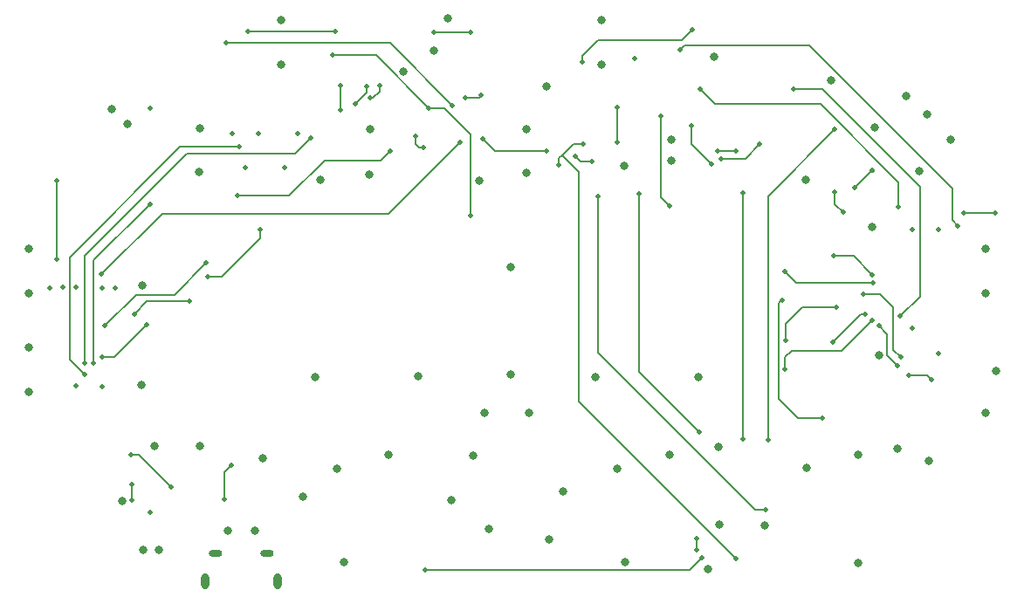
<source format=gbl>
G04 #@! TF.GenerationSoftware,KiCad,Pcbnew,(5.1.10)-1*
G04 #@! TF.CreationDate,2021-08-26T18:29:02-04:00*
G04 #@! TF.ProjectId,CMOS-Clock-V1,434d4f53-2d43-46c6-9f63-6b2d56312e6b,rev?*
G04 #@! TF.SameCoordinates,Original*
G04 #@! TF.FileFunction,Copper,L4,Bot*
G04 #@! TF.FilePolarity,Positive*
%FSLAX46Y46*%
G04 Gerber Fmt 4.6, Leading zero omitted, Abs format (unit mm)*
G04 Created by KiCad (PCBNEW (5.1.10)-1) date 2021-08-26 18:29:02*
%MOMM*%
%LPD*%
G01*
G04 APERTURE LIST*
G04 #@! TA.AperFunction,ComponentPad*
%ADD10O,1.300000X0.650000*%
G04 #@! TD*
G04 #@! TA.AperFunction,ComponentPad*
%ADD11O,0.775000X1.550000*%
G04 #@! TD*
G04 #@! TA.AperFunction,ViaPad*
%ADD12C,0.800000*%
G04 #@! TD*
G04 #@! TA.AperFunction,ViaPad*
%ADD13C,0.500000*%
G04 #@! TD*
G04 #@! TA.AperFunction,Conductor*
%ADD14C,0.150000*%
G04 #@! TD*
G04 #@! TA.AperFunction,Conductor*
%ADD15C,0.400000*%
G04 #@! TD*
G04 APERTURE END LIST*
D10*
X119410000Y-127650000D03*
X124410000Y-127650000D03*
D11*
X118410000Y-130350000D03*
X125410000Y-130350000D03*
D12*
X123210000Y-125370000D03*
X183080000Y-95920000D03*
X194070000Y-98040000D03*
X181720000Y-128530000D03*
X156270000Y-110480000D03*
X166260000Y-110480000D03*
X144400000Y-118100000D03*
X139060000Y-110460000D03*
X129100000Y-110510000D03*
X113510000Y-117170000D03*
X112310000Y-101640000D03*
X101290000Y-102340000D03*
X117840000Y-90650000D03*
X125770000Y-80190000D03*
X137650000Y-80900000D03*
X151480000Y-82280000D03*
X156870000Y-80190000D03*
X167720000Y-79420000D03*
X159080000Y-90010000D03*
X176690000Y-91340000D03*
X179080000Y-81700000D03*
X188440000Y-85030000D03*
X183340000Y-86290000D03*
X190680000Y-87470000D03*
X145530000Y-113990000D03*
X168230000Y-124840000D03*
X168200000Y-117250000D03*
X131860000Y-128490000D03*
X151800000Y-126250000D03*
X140608640Y-78870700D03*
X134350000Y-90840000D03*
X110330000Y-122520000D03*
X195090006Y-109930000D03*
X145930000Y-125200000D03*
D13*
X104610000Y-101830000D03*
X103290000Y-101840000D03*
X108400000Y-101850000D03*
X109670000Y-101850000D03*
D12*
X110870000Y-85950000D03*
X144970000Y-91450000D03*
X159100000Y-128500000D03*
X149570000Y-90700000D03*
X129590000Y-91340000D03*
X163612298Y-89552298D03*
X183730000Y-108380000D03*
D13*
X108410000Y-111420000D03*
D12*
X112260000Y-111260000D03*
D13*
X121000000Y-86880000D03*
X127360000Y-86890000D03*
X122270000Y-90160000D03*
X123550000Y-86890000D03*
X186940000Y-96200000D03*
X186940000Y-105800000D03*
D12*
X167150000Y-129150000D03*
X124010000Y-118390000D03*
D13*
X160050000Y-79640000D03*
D12*
X188570000Y-118600000D03*
X163450000Y-118010000D03*
X136189996Y-118020000D03*
X181690000Y-118019998D03*
X101270002Y-111940000D03*
X112350000Y-127260000D03*
X120610000Y-125370000D03*
X194110000Y-102390000D03*
X194080000Y-113990000D03*
X117910000Y-117210000D03*
X101270000Y-107670000D03*
X101280000Y-98080000D03*
X117860000Y-86390000D03*
X134370000Y-86460000D03*
X125780000Y-75860000D03*
X141920000Y-75680000D03*
X156870000Y-75840000D03*
X149580000Y-86450000D03*
X186430000Y-83210000D03*
X148000000Y-110230000D03*
X148000000Y-99800000D03*
X176700000Y-119330000D03*
X163590000Y-87510000D03*
X172630000Y-124880000D03*
X158380000Y-119400000D03*
X131180000Y-119430000D03*
D13*
X105870000Y-101820000D03*
X113030000Y-84410000D03*
D12*
X109370000Y-84540000D03*
D13*
X105880000Y-111390000D03*
X126070000Y-90150000D03*
X189490000Y-96190000D03*
X189480000Y-108200000D03*
D12*
X185540000Y-117430000D03*
X127870000Y-122130000D03*
D13*
X113070000Y-123640000D03*
D12*
X142280000Y-122430000D03*
X153080000Y-121610000D03*
X149770000Y-114009996D03*
X113890000Y-127260000D03*
X187650000Y-90510000D03*
D13*
X111320000Y-122420000D03*
X111320000Y-120900000D03*
X166600000Y-128060000D03*
X139760000Y-129230000D03*
X120240000Y-122340000D03*
X120980000Y-119020000D03*
X172980000Y-116570000D03*
X179480000Y-86470000D03*
X121510000Y-92940000D03*
X136310000Y-88560000D03*
X166040000Y-126180000D03*
X166040000Y-127280000D03*
X195050000Y-94570000D03*
X192010000Y-94570000D03*
X116860000Y-103150000D03*
X111510000Y-104410000D03*
X112700000Y-105410000D03*
X108420000Y-108520000D03*
X118620000Y-100770000D03*
X123700000Y-96230000D03*
X108670000Y-105510000D03*
X118510000Y-99450000D03*
X186610000Y-110330000D03*
X188810000Y-110750000D03*
X182220000Y-102500000D03*
X185860000Y-108590000D03*
X183750000Y-105550000D03*
X185500000Y-109400000D03*
X178240000Y-114470000D03*
X174370000Y-103020000D03*
X179580000Y-103770000D03*
X174720000Y-106960002D03*
X179250000Y-107140000D03*
X182430000Y-104440000D03*
X183120000Y-100590000D03*
X179329998Y-98780000D03*
X174630000Y-109730000D03*
X183100000Y-104990000D03*
X174660000Y-100300000D03*
X183150000Y-101400000D03*
X160470000Y-92730000D03*
X166340000Y-115880000D03*
X167490000Y-89860000D03*
X165560000Y-86160000D03*
X115110000Y-121190000D03*
X111190006Y-118060000D03*
X183060000Y-90410000D03*
X181370000Y-92109998D03*
X156540000Y-92950000D03*
X172730000Y-123380000D03*
X154300000Y-89100000D03*
X155880000Y-89630000D03*
X152730000Y-89940000D03*
X155060000Y-87890000D03*
X169860000Y-128090000D03*
X135300000Y-82250000D03*
X134380560Y-83455400D03*
X140090480Y-84407900D03*
X130799160Y-79272020D03*
X144167180Y-94862820D03*
X144169720Y-77052060D03*
X140620000Y-77060000D03*
X139600000Y-88270000D03*
X138810000Y-87100000D03*
X131050000Y-77010000D03*
X122540000Y-77000000D03*
X132950000Y-84015000D03*
X134030000Y-82275000D03*
X145180000Y-83200000D03*
X143659180Y-83430000D03*
X131500000Y-82220000D03*
X131500000Y-84630000D03*
X145330502Y-87405100D03*
X151470000Y-88600000D03*
X106750000Y-110280000D03*
X121700000Y-88190000D03*
X128660000Y-87320000D03*
X106690000Y-109189998D03*
X107580000Y-109170000D03*
X113040000Y-93740000D03*
X142390000Y-84140000D03*
X104000000Y-91430000D03*
X104000000Y-99069998D03*
X120420000Y-78080000D03*
X143115000Y-87705000D03*
X108340002Y-100520000D03*
X168090000Y-88570002D03*
X169850000Y-88570000D03*
X172190000Y-87910000D03*
X168460000Y-89310000D03*
X154970000Y-79980000D03*
X165650000Y-76830000D03*
X158400000Y-87720000D03*
X158370000Y-84330000D03*
X166404880Y-82581640D03*
X185660000Y-94000000D03*
X175447280Y-82589260D03*
X185830000Y-104580000D03*
X179450000Y-92560000D03*
X180250000Y-94530000D03*
X191410000Y-95820000D03*
X164500000Y-78740000D03*
X163480000Y-93920000D03*
X162600000Y-85160000D03*
X170540000Y-92670000D03*
X170540000Y-116525010D03*
D14*
X111320000Y-122420000D02*
X111320000Y-120900000D01*
X166600000Y-128060000D02*
X165430000Y-129230000D01*
X165430000Y-129230000D02*
X139760000Y-129230000D01*
X120240000Y-122340000D02*
X120240000Y-119760000D01*
X120240000Y-119760000D02*
X120980000Y-119020000D01*
X172980000Y-92990000D02*
X172980000Y-116570000D01*
X172980000Y-92970000D02*
X172980000Y-92990000D01*
X179480000Y-86470000D02*
X172980000Y-92970000D01*
X135400000Y-89470000D02*
X136310000Y-88560000D01*
X129980000Y-89470000D02*
X135400000Y-89470000D01*
X126510000Y-92940000D02*
X129980000Y-89470000D01*
X121510000Y-92940000D02*
X126510000Y-92940000D01*
X166040000Y-126180000D02*
X166040000Y-127280000D01*
X194859998Y-94570000D02*
X194860000Y-94570002D01*
X195050000Y-94570000D02*
X192010000Y-94570000D01*
X116860000Y-103150000D02*
X112770000Y-103150000D01*
X112770000Y-103150000D02*
X111510000Y-104410000D01*
X109590000Y-108520000D02*
X108420000Y-108520000D01*
X112700000Y-105410000D02*
X109590000Y-108520000D01*
X123700000Y-97060000D02*
X123700000Y-96230000D01*
X119990000Y-100770000D02*
X123700000Y-97060000D01*
X118620000Y-100770000D02*
X119990000Y-100770000D01*
X108670000Y-105510000D02*
X111670000Y-102510000D01*
X115450000Y-102510000D02*
X118510000Y-99450000D01*
X111670000Y-102510000D02*
X115450000Y-102510000D01*
X188390000Y-110330000D02*
X188810000Y-110750000D01*
X186610000Y-110330000D02*
X188390000Y-110330000D01*
X185120000Y-103770000D02*
X185120000Y-107850000D01*
X185120000Y-107850000D02*
X185860000Y-108590000D01*
X183850000Y-102500000D02*
X185120000Y-103770000D01*
X182220000Y-102500000D02*
X183850000Y-102500000D01*
X184520000Y-108420000D02*
X185500000Y-109400000D01*
X184520000Y-106320000D02*
X184520000Y-108420000D01*
X183750000Y-105550000D02*
X184520000Y-106320000D01*
X178240000Y-114470000D02*
X175900000Y-114470000D01*
X175900000Y-114470000D02*
X174040000Y-112610000D01*
X174040000Y-103350000D02*
X174370000Y-103020000D01*
X174040000Y-112610000D02*
X174040000Y-103350000D01*
X174720000Y-105350000D02*
X174720000Y-106960002D01*
X176300000Y-103770000D02*
X174720000Y-105350000D01*
X179580000Y-103770000D02*
X176300000Y-103770000D01*
X181950000Y-104440000D02*
X182430000Y-104440000D01*
X179250000Y-107140000D02*
X181950000Y-104440000D01*
X181310000Y-98780000D02*
X179329998Y-98780000D01*
X183120000Y-100590000D02*
X181310000Y-98780000D01*
X174630000Y-109730000D02*
X174630000Y-108750000D01*
X174630000Y-108750000D02*
X174630000Y-108600000D01*
X174630000Y-108600000D02*
X175290000Y-107940000D01*
X180150000Y-107940000D02*
X183100000Y-104990000D01*
X175290000Y-107940000D02*
X180150000Y-107940000D01*
X174660000Y-100300000D02*
X175760000Y-101400000D01*
X175760000Y-101400000D02*
X183150000Y-101400000D01*
X160470000Y-92730000D02*
X160470000Y-110010000D01*
X160470000Y-110010000D02*
X166340000Y-115880000D01*
X165560000Y-87930000D02*
X165560000Y-86160000D01*
X167490000Y-89860000D02*
X165560000Y-87930000D01*
X115110000Y-121190000D02*
X111980000Y-118060000D01*
X111980000Y-118060000D02*
X111190006Y-118060000D01*
D15*
X183060000Y-90410000D02*
X183060000Y-90420000D01*
D14*
X183060000Y-90420000D02*
X181619999Y-91859999D01*
X181619999Y-91859999D02*
X181370000Y-92109998D01*
X171740000Y-123380000D02*
X172730000Y-123380000D01*
X156540000Y-108180000D02*
X171740000Y-123380000D01*
X156540000Y-92950000D02*
X156540000Y-108180000D01*
X154830000Y-89630000D02*
X155880000Y-89630000D01*
X154300000Y-89100000D02*
X154830000Y-89630000D01*
X152730000Y-89940000D02*
X152730000Y-89290000D01*
X154130000Y-87890000D02*
X155060000Y-87890000D01*
X153100000Y-88920000D02*
X154130000Y-87890000D01*
X153005000Y-89015000D02*
X153100000Y-88920000D01*
X152730000Y-89290000D02*
X153005000Y-89015000D01*
X154640000Y-112870000D02*
X169860000Y-128090000D01*
X154640000Y-90650000D02*
X154640000Y-112870000D01*
X153005000Y-89015000D02*
X154640000Y-90650000D01*
X135295000Y-82255000D02*
X135300000Y-82250000D01*
X135295000Y-82855000D02*
X135295000Y-82255000D01*
X135295000Y-82855000D02*
X134694600Y-83455400D01*
X134694600Y-83455400D02*
X134380560Y-83455400D01*
X134954600Y-79272020D02*
X130799160Y-79272020D01*
X140090480Y-84407900D02*
X134954600Y-79272020D01*
X140090480Y-84407900D02*
X141577900Y-84407900D01*
X144167180Y-86997180D02*
X144167180Y-89593040D01*
X141577900Y-84407900D02*
X144167180Y-86997180D01*
X144170000Y-89940000D02*
X144167180Y-89942820D01*
X144167180Y-89942820D02*
X144167180Y-94862820D01*
X144167180Y-89593040D02*
X144167180Y-89942820D01*
X144157020Y-77064760D02*
X144169720Y-77052060D01*
X140627940Y-77052060D02*
X140620000Y-77060000D01*
X144169720Y-77052060D02*
X140627940Y-77052060D01*
X139600000Y-88270000D02*
X139140000Y-88270000D01*
X138810000Y-87940000D02*
X138810000Y-87100000D01*
X139140000Y-88270000D02*
X138810000Y-87940000D01*
X122550000Y-77010000D02*
X122540000Y-77000000D01*
X131050000Y-77010000D02*
X122550000Y-77010000D01*
X132950000Y-84015000D02*
X134030000Y-82935000D01*
X134030000Y-82935000D02*
X134030000Y-82275000D01*
X144950000Y-83430000D02*
X143659180Y-83430000D01*
X145180000Y-83200000D02*
X144950000Y-83430000D01*
X131500000Y-82220000D02*
X131500000Y-84630000D01*
X146525402Y-88600000D02*
X151470000Y-88600000D01*
X145330502Y-87405100D02*
X146525402Y-88600000D01*
X115970000Y-88190000D02*
X121700000Y-88190000D01*
X105260000Y-98900000D02*
X115970000Y-88190000D01*
X105260000Y-108790000D02*
X105260000Y-98900000D01*
X106750000Y-110280000D02*
X105260000Y-108790000D01*
X106690000Y-98770000D02*
X106690000Y-109189998D01*
X116600000Y-88860000D02*
X106690000Y-98770000D01*
X127120000Y-88860000D02*
X116600000Y-88860000D01*
X128660000Y-87320000D02*
X127120000Y-88860000D01*
X107580000Y-99200000D02*
X113040000Y-93740000D01*
X107580000Y-109170000D02*
X107580000Y-99200000D01*
X104000000Y-91430000D02*
X104000000Y-99069998D01*
X142390000Y-84140000D02*
X136330000Y-78080000D01*
X136330000Y-78080000D02*
X120420000Y-78080000D01*
X114210002Y-94650000D02*
X108340002Y-100520000D01*
X143115000Y-87705000D02*
X136170000Y-94650000D01*
X136170000Y-94650000D02*
X114210002Y-94650000D01*
X168090000Y-88570002D02*
X169849998Y-88570002D01*
X169849998Y-88570002D02*
X169850000Y-88570000D01*
X172190000Y-87910000D02*
X170790000Y-89310000D01*
X170790000Y-89310000D02*
X168460000Y-89310000D01*
X164650000Y-77830000D02*
X165650000Y-76830000D01*
X156520000Y-77830000D02*
X164650000Y-77830000D01*
X154970000Y-79380000D02*
X156520000Y-77830000D01*
X154970000Y-79980000D02*
X154970000Y-79380000D01*
X158400000Y-84360000D02*
X158370000Y-84330000D01*
X158400000Y-87720000D02*
X158400000Y-84360000D01*
X166404880Y-82581640D02*
X167863240Y-84040000D01*
X167863240Y-84040000D02*
X178080000Y-84040000D01*
X185660000Y-91620000D02*
X185660000Y-94000000D01*
X178080000Y-84040000D02*
X185660000Y-91620000D01*
X175447280Y-82589260D02*
X178238740Y-82589260D01*
X178238740Y-82589260D02*
X187725640Y-92076160D01*
X187725640Y-92076160D02*
X187725640Y-102684360D01*
X187725640Y-102684360D02*
X185830000Y-104580000D01*
X179450000Y-93730000D02*
X180250000Y-94530000D01*
X179450000Y-92560000D02*
X179450000Y-93730000D01*
X191410000Y-95820000D02*
X190890000Y-95300000D01*
X190890000Y-95300000D02*
X190890000Y-92230000D01*
X190890000Y-92230000D02*
X177000000Y-78340000D01*
X164900000Y-78340000D02*
X164500000Y-78740000D01*
X177000000Y-78340000D02*
X164900000Y-78340000D01*
X162605040Y-85286740D02*
X162605040Y-93045040D01*
X162605040Y-93045040D02*
X163480000Y-93920000D01*
X162605040Y-85165040D02*
X162600000Y-85160000D01*
X162605040Y-85286740D02*
X162605040Y-85165040D01*
X170540000Y-92670000D02*
X170540000Y-116525010D01*
M02*

</source>
